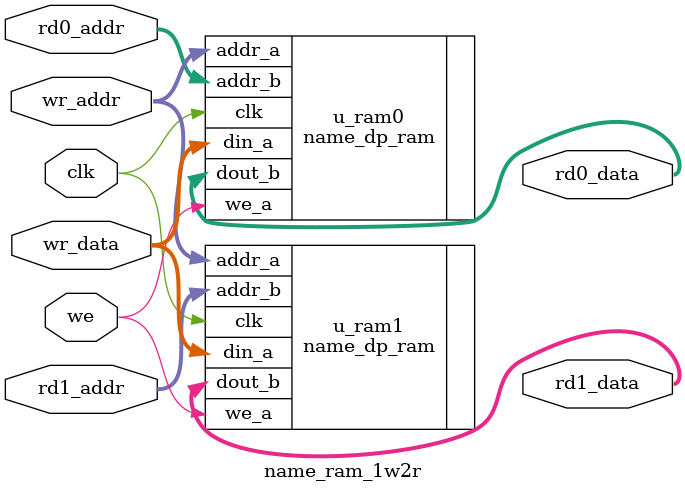
<source format=v>


// name_ram_1w2r.v  (Verilog-2001)
// 1 write port, 2 independent read ports (sync, 1-cycle latency)
// Implemented by duplicating RAM blocks (write mirrored)

`timescale 1ns / 1ps
`default_nettype none

module name_ram_1w2r #(
    parameter integer ADDR_WIDTH = 8,
    parameter integer DATA_WIDTH = 8,
    parameter         INIT_FILE  = "name_init.hex"  // neu
) (
    input wire clk,

    // Write port
    input wire                  we,
    input wire [ADDR_WIDTH-1:0] wr_addr,
    input wire [DATA_WIDTH-1:0] wr_data,

    // Read port 0
    input  wire [ADDR_WIDTH-1:0] rd0_addr,
    output wire [DATA_WIDTH-1:0] rd0_data,

    // Read port 1
    input  wire [ADDR_WIDTH-1:0] rd1_addr,
    output wire [DATA_WIDTH-1:0] rd1_data
);

  // RAM copy 0
  name_dp_ram #(
      .ADDR_WIDTH(ADDR_WIDTH),
      .DATA_WIDTH(DATA_WIDTH),
      .INIT_FILE (INIT_FILE)
  ) u_ram0 (
      .clk   (clk),
      .we_a  (we),
      .addr_a(wr_addr),
      .din_a (wr_data),
      .addr_b(rd0_addr),
      .dout_b(rd0_data)
  );

  // RAM copy 1
  name_dp_ram #(
      .ADDR_WIDTH(ADDR_WIDTH),
      .DATA_WIDTH(DATA_WIDTH),
      .INIT_FILE (INIT_FILE)
  ) u_ram1 (
      .clk   (clk),
      .we_a  (we),
      .addr_a(wr_addr),
      .din_a (wr_data),
      .addr_b(rd1_addr),
      .dout_b(rd1_data)
  );

endmodule

`resetall
`default_nettype wire

</source>
